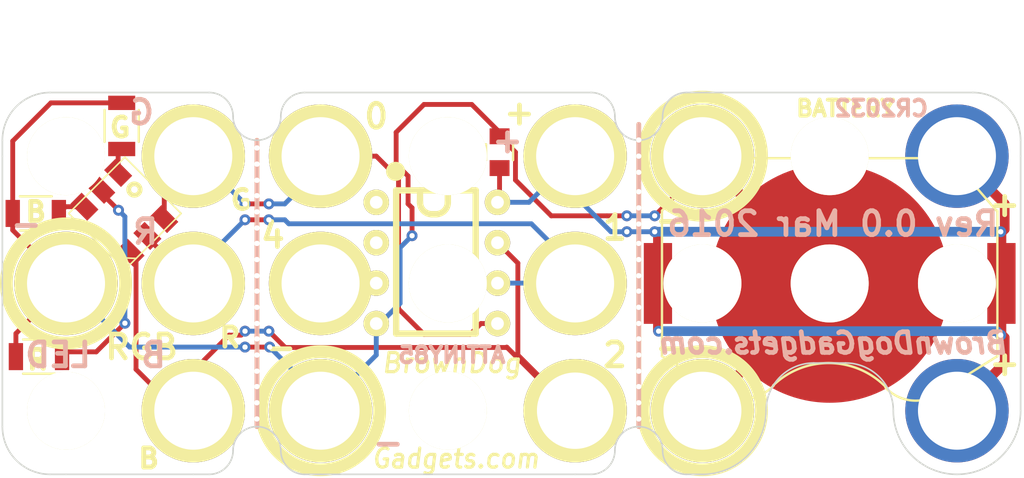
<source format=kicad_pcb>
(kicad_pcb (version 4) (host pcbnew "(2015-08-15 BZR 6092)-product")

  (general
    (links 28)
    (no_connects 0)
    (area 108.949999 35.949999 173.050001 60.050001)
    (thickness 1.6)
    (drawings 104)
    (tracks 146)
    (zones 0)
    (modules 46)
    (nets 10)
  )

  (page USLetter)
  (layers
    (0 F.Cu signal)
    (31 B.Cu signal)
    (34 B.Paste user)
    (35 F.Paste user)
    (36 B.SilkS user)
    (37 F.SilkS user)
    (38 B.Mask user)
    (39 F.Mask user hide)
    (40 Dwgs.User user)
    (44 Edge.Cuts user)
  )

  (setup
    (last_trace_width 0.3048)
    (user_trace_width 0.3048)
    (user_trace_width 0.4064)
    (user_trace_width 0.6096)
    (trace_clearance 0.1524)
    (zone_clearance 0.508)
    (zone_45_only no)
    (trace_min 0.1524)
    (segment_width 0.3)
    (edge_width 0.1)
    (via_size 0.6858)
    (via_drill 0.3302)
    (via_min_size 0.6858)
    (via_min_drill 0.3302)
    (user_via 1 0.5)
    (uvia_size 0.762)
    (uvia_drill 0.508)
    (uvias_allowed no)
    (uvia_min_size 0.508)
    (uvia_min_drill 0.127)
    (pcb_text_width 0.3)
    (pcb_text_size 1.5 1.5)
    (mod_edge_width 0.15)
    (mod_text_size 1 1)
    (mod_text_width 0.15)
    (pad_size 6.5 6.5)
    (pad_drill 4.9022)
    (pad_to_mask_clearance 0)
    (aux_axis_origin 0 0)
    (visible_elements 7FFFFFFF)
    (pcbplotparams
      (layerselection 0x010f0_80000001)
      (usegerberextensions true)
      (excludeedgelayer true)
      (linewidth 0.100000)
      (plotframeref false)
      (viasonmask false)
      (mode 1)
      (useauxorigin false)
      (hpglpennumber 1)
      (hpglpenspeed 20)
      (hpglpendiameter 15)
      (hpglpenoverlay 2)
      (psnegative false)
      (psa4output false)
      (plotreference true)
      (plotvalue true)
      (plotinvisibletext false)
      (padsonsilk false)
      (subtractmaskfromsilk false)
      (outputformat 1)
      (mirror false)
      (drillshape 0)
      (scaleselection 1)
      (outputdirectory gerbers/))
  )

  (net 0 "")
  (net 1 GND)
  (net 2 +BATT)
  (net 3 "Net-(D1-Pad2)")
  (net 4 "Net-(IC1-Pad3)")
  (net 5 "Net-(D1-Pad1)")
  (net 6 "Net-(D1-Pad3)")
  (net 7 "Net-(D1-Pad5)")
  (net 8 "Net-(D1-Pad6)")
  (net 9 "Net-(B_1-Pad1)")

  (net_class Default "This is the default net class."
    (clearance 0.1524)
    (trace_width 0.1524)
    (via_dia 0.6858)
    (via_drill 0.3302)
    (uvia_dia 0.762)
    (uvia_drill 0.508)
    (add_net +BATT)
    (add_net GND)
    (add_net "Net-(B_1-Pad1)")
    (add_net "Net-(D1-Pad1)")
    (add_net "Net-(D1-Pad2)")
    (add_net "Net-(D1-Pad3)")
    (add_net "Net-(D1-Pad5)")
    (add_net "Net-(D1-Pad6)")
    (add_net "Net-(IC1-Pad3)")
  )

  (module LEDs:LED_RGB_PLLC-6 (layer F.Cu) (tedit 56E5EA66) (tstamp 56E4EA9C)
    (at 116.7 43.6 315)
    (descr "RGB LED PLLC-6")
    (tags "RGB LED PLLC-6")
    (path /56E511F2)
    (attr smd)
    (fp_text reference D1 (at 0 -2.55 315) (layer F.SilkS) hide
      (effects (font (size 1 1) (thickness 0.15)))
    )
    (fp_text value LED_RGB (at 0 2.8 315) (layer F.Fab)
      (effects (font (size 1 1) (thickness 0.15)))
    )
    (fp_line (start 2.5 1.5) (end 1.4 2.5) (layer F.SilkS) (width 0.1))
    (fp_line (start -2.5 -2.5) (end 2.5 -2.5) (layer F.SilkS) (width 0.1))
    (fp_line (start 2.5 -2.5) (end 2.5 2.5) (layer F.SilkS) (width 0.1))
    (fp_line (start 2.5 2.5) (end -2.5 2.5) (layer F.SilkS) (width 0.1))
    (fp_line (start -2.5 2.5) (end -2.5 -2.5) (layer F.SilkS) (width 0.1))
    (pad 1 smd rect (at -2.1 -1.5 45) (size 1 1.5) (layers F.Cu F.Paste F.Mask)
      (net 5 "Net-(D1-Pad1)"))
    (pad 2 smd rect (at -2.1 0 45) (size 1 1.5) (layers F.Cu F.Paste F.Mask)
      (net 3 "Net-(D1-Pad2)"))
    (pad 3 smd rect (at -2.1 1.5 45) (size 1 1.5) (layers F.Cu F.Paste F.Mask)
      (net 6 "Net-(D1-Pad3)"))
    (pad 4 smd rect (at 2 1.5 45) (size 1 1.5) (layers F.Cu F.Paste F.Mask)
      (net 9 "Net-(B_1-Pad1)"))
    (pad 5 smd rect (at 2 0 45) (size 1 1.5) (layers F.Cu F.Paste F.Mask)
      (net 7 "Net-(D1-Pad5)"))
    (pad 6 smd rect (at 2 -1.5 45) (size 1 1.5) (layers F.Cu F.Paste F.Mask)
      (net 8 "Net-(D1-Pad6)"))
  )

  (module myFootPrints:Lego_Drill (layer F.Cu) (tedit 56D2FF9E) (tstamp 56E4EECC)
    (at 113 40)
    (descr "Through hole pin header")
    (tags "pin header")
    (path /56CE9A5D)
    (fp_text reference P6 (at 0 0) (layer F.SilkS) hide
      (effects (font (size 1 1) (thickness 0.15)))
    )
    (fp_text value CONN_01X01 (at 0 -1.27) (layer F.Fab) hide
      (effects (font (size 1 1) (thickness 0.15)))
    )
    (pad "" np_thru_hole circle (at 0 0) (size 4.9022 4.9022) (drill 4.9022) (layers *.Cu *.Mask F.SilkS))
  )

  (module myFootPrints:Lego_Drill (layer F.Cu) (tedit 56D3000B) (tstamp 56E4EEC3)
    (at 113 56)
    (descr "Through hole pin header")
    (tags "pin header")
    (path /56CE9A5D)
    (fp_text reference P6 (at 0 0) (layer F.SilkS) hide
      (effects (font (size 1 1) (thickness 0.15)))
    )
    (fp_text value CONN_01X01 (at 0 -1.27) (layer F.Fab) hide
      (effects (font (size 0.127 0.127) (thickness 0.03175)))
    )
    (pad "" np_thru_hole circle (at 0 0) (size 4.9022 4.9022) (drill 4.9022) (layers *.Cu *.Mask F.SilkS))
  )

  (module myFootPrints:Lego_Pad_half (layer F.Cu) (tedit 56D3C6EC) (tstamp 56CFB309)
    (at 169 56 180)
    (descr "Through hole pin header")
    (tags "pin header")
    (path /56CFAA4A)
    (fp_text reference PBP1 (at 0 0 180) (layer F.SilkS) hide
      (effects (font (size 1 1) (thickness 0.15)))
    )
    (fp_text value CONN_01X01 (at 0 -1.27 180) (layer F.Fab) hide
      (effects (font (size 0.127 0.127) (thickness 0.03175)))
    )
    (pad 1 thru_hole circle (at 0 0 180) (size 6.5 6.5) (drill 4.9022) (layers *.Cu B.Mask)
      (net 2 +BATT))
  )

  (module myFootPrints:Lego_Pad_half (layer F.Cu) (tedit 56D3C6F3) (tstamp 56CFB314)
    (at 169 40 270)
    (descr "Through hole pin header")
    (tags "pin header")
    (path /56CFA993)
    (fp_text reference PBP2 (at 0 0 270) (layer F.SilkS) hide
      (effects (font (size 1 1) (thickness 0.15)))
    )
    (fp_text value CONN_01X01 (at 0 -1.27 270) (layer F.Fab) hide
      (effects (font (size 0.127 0.127) (thickness 0.03175)))
    )
    (pad 1 thru_hole circle (at 0 0 270) (size 6.5 6.5) (drill 4.9022) (layers *.Cu B.Mask)
      (net 2 +BATT))
  )

  (module myFootPrints:Lego_Pad (layer F.Cu) (tedit 56CE8945) (tstamp 56CE6ECA)
    (at 145 56)
    (descr "Through hole pin header")
    (tags "pin header")
    (path /56CE806B)
    (fp_text reference P2 (at 0 0) (layer F.SilkS) hide
      (effects (font (size 1 1) (thickness 0.15)))
    )
    (fp_text value CONN_01X01 (at 0 -1.27) (layer F.Fab) hide
      (effects (font (size 0.127 0.127) (thickness 0.03175)))
    )
    (pad 1 thru_hole circle (at 0 0) (size 6.5 6.5) (drill 4.8) (layers *.Cu *.Mask F.SilkS)
      (net 9 "Net-(B_1-Pad1)"))
  )

  (module Housings_DIP:DIP-8_W7.62mm (layer F.Cu) (tedit 56E5B609) (tstamp 56CFA5AE)
    (at 132.5 42.9)
    (descr "8-lead dip package, row spacing 7.62 mm (300 mils)")
    (tags "dil dip 2.54 300")
    (path /553EFD0A)
    (fp_text reference IC1 (at 5.25 6.5 90) (layer F.SilkS) hide
      (effects (font (size 1 1) (thickness 0.15)))
    )
    (fp_text value ATTINY85 (at 3.75 4.5 90) (layer F.SilkS) hide
      (effects (font (size 1 1) (thickness 0.15)))
    )
    (fp_line (start 3.5 0.75) (end 3.75 0.75) (layer F.SilkS) (width 0.4))
    (fp_line (start 2.75 0) (end 2.75 -0.75) (layer F.SilkS) (width 0.4))
    (fp_line (start 4.5 0) (end 4.5 -0.75) (layer F.SilkS) (width 0.4))
    (fp_arc (start 3.75 0) (end 4.5 0) (angle 90) (layer F.SilkS) (width 0.4))
    (fp_arc (start 3.5 0) (end 3.5 0.75) (angle 90) (layer F.SilkS) (width 0.4))
    (fp_line (start 1.25 -0.75) (end 1.25 8.25) (layer F.SilkS) (width 0.4))
    (fp_line (start 1.25 8.25) (end 6.25 8.25) (layer F.SilkS) (width 0.4))
    (fp_line (start 6.25 8.25) (end 6.25 -0.75) (layer F.SilkS) (width 0.4))
    (fp_line (start 6.25 -0.75) (end 1.25 -0.75) (layer F.SilkS) (width 0.4))
    (fp_line (start -1.05 -2.45) (end -1.05 10.1) (layer F.CrtYd) (width 0.05))
    (fp_line (start 8.65 -2.45) (end 8.65 10.1) (layer F.CrtYd) (width 0.05))
    (fp_line (start -1.05 -2.45) (end 8.65 -2.45) (layer F.CrtYd) (width 0.05))
    (fp_line (start -1.05 10.1) (end 8.65 10.1) (layer F.CrtYd) (width 0.05))
    (pad 1 thru_hole oval (at 0 0) (size 1.6 1.6) (drill 0.8) (layers *.Cu *.Mask F.SilkS))
    (pad 2 thru_hole oval (at 0 2.54) (size 1.6 1.6) (drill 0.8) (layers *.Cu *.Mask F.SilkS))
    (pad 3 thru_hole oval (at 0 5.08) (size 1.6 1.6) (drill 0.8) (layers *.Cu *.Mask F.SilkS)
      (net 4 "Net-(IC1-Pad3)"))
    (pad 4 thru_hole oval (at 0 7.62) (size 1.6 1.6) (drill 0.8) (layers *.Cu *.Mask F.SilkS)
      (net 1 GND))
    (pad 5 thru_hole oval (at 7.62 7.62) (size 1.6 1.6) (drill 0.8) (layers *.Cu *.Mask F.SilkS)
      (net 8 "Net-(D1-Pad6)"))
    (pad 6 thru_hole oval (at 7.62 5.08) (size 1.6 1.6) (drill 0.8) (layers *.Cu *.Mask F.SilkS)
      (net 7 "Net-(D1-Pad5)"))
    (pad 7 thru_hole oval (at 7.62 2.54) (size 1.6 1.6) (drill 0.8) (layers *.Cu *.Mask F.SilkS)
      (net 9 "Net-(B_1-Pad1)"))
    (pad 8 thru_hole oval (at 7.62 0) (size 1.6 1.6) (drill 0.8) (layers *.Cu *.Mask F.SilkS)
      (net 2 +BATT))
    (model Housings_DIP.3dshapes/DIP-8_W7.62mm.wrl
      (at (xyz 0 0 0))
      (scale (xyz 1 1 1))
      (rotate (xyz 0 0 0))
    )
  )

  (module myFootPrints:Lego_Pad_half (layer F.Cu) (tedit 56D3C65E) (tstamp 56CFCE63)
    (at 129 48 45)
    (descr "Through hole pin header")
    (tags "pin header")
    (path /56CE80D4)
    (fp_text reference P4 (at 0 0 45) (layer F.SilkS) hide
      (effects (font (size 1 1) (thickness 0.15)))
    )
    (fp_text value CONN_01X01 (at 0 -1.27 45) (layer F.Fab) hide
      (effects (font (size 0.127 0.127) (thickness 0.03175)))
    )
    (pad 1 thru_hole circle (at 0 0 45) (size 6.5 6.5) (drill 4.9022) (layers *.Cu *.Mask F.SilkS)
      (net 4 "Net-(IC1-Pad3)"))
  )

  (module myFootPrints:Lego_Pad_half (layer F.Cu) (tedit 56D3C66A) (tstamp 56CFCE5E)
    (at 145 48 225)
    (descr "Through hole pin header")
    (tags "pin header")
    (path /56CE800C)
    (fp_text reference P1 (at 0 0 225) (layer F.SilkS) hide
      (effects (font (size 1 1) (thickness 0.15)))
    )
    (fp_text value CONN_01X01 (at 0 -1.27 225) (layer F.Fab) hide
      (effects (font (size 0.127 0.127) (thickness 0.03175)))
    )
    (pad 1 thru_hole circle (at 0 0 225) (size 6.5 6.5) (drill 4.9022) (layers *.Cu *.Mask F.SilkS)
      (net 7 "Net-(D1-Pad5)"))
  )

  (module myFootPrints:Lego_Drill (layer F.Cu) (tedit 56D2FF9E) (tstamp 56CE7806)
    (at 137 40)
    (descr "Through hole pin header")
    (tags "pin header")
    (path /56CE9A5D)
    (fp_text reference P6 (at 0 0) (layer F.SilkS) hide
      (effects (font (size 1 1) (thickness 0.15)))
    )
    (fp_text value CONN_01X01 (at 0 -1.27) (layer F.Fab) hide
      (effects (font (size 1 1) (thickness 0.15)))
    )
    (pad "" np_thru_hole circle (at 0 0) (size 4.9022 4.9022) (drill 4.9022) (layers *.Cu *.Mask F.SilkS))
  )

  (module myFootPrints:Lego_Pad (layer F.Cu) (tedit 56CE7EDE) (tstamp 56CE717B)
    (at 129 40)
    (descr "Through hole pin header")
    (tags "pin header")
    (path /56CE7426)
    (fp_text reference P0 (at 0 0) (layer F.SilkS) hide
      (effects (font (size 1 1) (thickness 0.15)))
    )
    (fp_text value CONN_01X01 (at 0 -1.27) (layer F.Fab) hide
      (effects (font (size 0.127 0.127) (thickness 0.03175)))
    )
    (pad 1 thru_hole circle (at 0 0) (size 6.5 6.5) (drill 4.9022) (layers *.Cu *.Mask F.SilkS)
      (net 8 "Net-(D1-Pad6)"))
  )

  (module myFootPrints:Lego_Pad (layer F.Cu) (tedit 56CE7EF0) (tstamp 56CE7185)
    (at 129 56)
    (descr "Through hole pin header")
    (tags "pin header")
    (path /56CE73CD)
    (fp_text reference PG1 (at 0 0) (layer F.SilkS) hide
      (effects (font (size 1 1) (thickness 0.15)))
    )
    (fp_text value CONN_01X01 (at 0 -1.27) (layer F.Fab) hide
      (effects (font (size 0.127 0.127) (thickness 0.03175)))
    )
    (pad 1 thru_hole circle (at 0 0) (size 6.5 6.5) (drill 4.9022) (layers *.Cu *.Mask F.SilkS)
      (net 1 GND))
  )

  (module myFootPrints:Lego_Pad (layer F.Cu) (tedit 56CE7FDF) (tstamp 56CE718A)
    (at 145 40)
    (descr "Through hole pin header")
    (tags "pin header")
    (path /56CE72C6)
    (fp_text reference PP1 (at 0 0) (layer F.SilkS) hide
      (effects (font (size 1 1) (thickness 0.15)))
    )
    (fp_text value CONN_01X01 (at 0 -1.27) (layer F.Fab) hide
      (effects (font (size 0.127 0.127) (thickness 0.03175)))
    )
    (pad 1 thru_hole circle (at 0 0) (size 6.5 6.5) (drill 4.9022) (layers *.Cu *.Mask F.SilkS)
      (net 2 +BATT))
  )

  (module myFootPrints:Lego_Drill (layer F.Cu) (tedit 56D2FFC0) (tstamp 56CE75C4)
    (at 137 48)
    (descr "Through hole pin header")
    (tags "pin header")
    (path /56CE9A9C)
    (fp_text reference P7 (at 0 0) (layer F.SilkS) hide
      (effects (font (size 1 1) (thickness 0.15)))
    )
    (fp_text value CONN_01X01 (at 0 -1.27) (layer F.Fab) hide
      (effects (font (size 0.127 0.127) (thickness 0.03175)))
    )
    (pad "" np_thru_hole circle (at 0 0) (size 4.9022 4.9022) (drill 4.9022) (layers *.Cu *.Mask F.SilkS))
  )

  (module myFootPrints:Lego_Drill (layer F.Cu) (tedit 56D3000B) (tstamp 56CE75C9)
    (at 137 56)
    (descr "Through hole pin header")
    (tags "pin header")
    (path /56CE9A5D)
    (fp_text reference P6 (at 0 0) (layer F.SilkS) hide
      (effects (font (size 1 1) (thickness 0.15)))
    )
    (fp_text value CONN_01X01 (at 0 -1.27) (layer F.Fab) hide
      (effects (font (size 0.127 0.127) (thickness 0.03175)))
    )
    (pad "" np_thru_hole circle (at 0 0) (size 4.9022 4.9022) (drill 4.9022) (layers *.Cu *.Mask F.SilkS))
  )

  (module myFootPrints:Lego_Drill (layer F.Cu) (tedit 56D30034) (tstamp 56CFA5C2)
    (at 161 48)
    (descr "Through hole pin header")
    (tags "pin header")
    (path /56CFAF31)
    (fp_text reference P9 (at 0 0) (layer F.SilkS) hide
      (effects (font (size 1 1) (thickness 0.15)))
    )
    (fp_text value CONN_01X01 (at 0 -1.27) (layer F.Fab) hide
      (effects (font (size 0.127 0.127) (thickness 0.03175)))
    )
    (pad "" np_thru_hole circle (at 0 0) (size 4.9022 4.9022) (drill 4.9022) (layers *.Cu *.Mask F.SilkS))
  )

  (module myFootPrints:Lego_Pad (layer F.Cu) (tedit 56E4EC8A) (tstamp 56CFA5DB)
    (at 121 48)
    (descr "Through hole pin header")
    (tags "pin header")
    (path /56CFAC5B)
    (fp_text reference R_1 (at 0 0) (layer F.SilkS) hide
      (effects (font (size 1 1) (thickness 0.15)))
    )
    (fp_text value CONN_01X01 (at 0 -1.27) (layer F.Fab) hide
      (effects (font (size 0.127 0.127) (thickness 0.03175)))
    )
    (pad 1 thru_hole circle (at 0 0) (size 6.5 6.5) (drill 4.9022) (layers *.Cu *.Mask F.SilkS)
      (net 7 "Net-(D1-Pad5)"))
  )

  (module myFootPrints:Lego_Pad (layer F.Cu) (tedit 56E4EC3B) (tstamp 56CFA5E5)
    (at 121 56)
    (descr "Through hole pin header")
    (tags "pin header")
    (path /56CFACCC)
    (fp_text reference B_1 (at 0 0) (layer F.SilkS) hide
      (effects (font (size 1 1) (thickness 0.15)))
    )
    (fp_text value CONN_01X01 (at 0 -1.27) (layer F.Fab) hide
      (effects (font (size 0.127 0.127) (thickness 0.03175)))
    )
    (pad 1 thru_hole circle (at 0 0) (size 6.5 6.5) (drill 4.9022) (layers *.Cu *.Mask F.SilkS)
      (net 9 "Net-(B_1-Pad1)"))
  )

  (module myFootPrints:Lego_Drill (layer F.Cu) (tedit 56D3001E) (tstamp 56CFB2E3)
    (at 169 48)
    (descr "Through hole pin header")
    (tags "pin header")
    (path /56CFB5A1)
    (fp_text reference P11 (at 0 0) (layer F.SilkS) hide
      (effects (font (size 1 1) (thickness 0.15)))
    )
    (fp_text value CONN_01X01 (at 0 -1.27) (layer F.Fab) hide
      (effects (font (size 0.127 0.127) (thickness 0.03175)))
    )
    (pad "" np_thru_hole circle (at 0 0) (size 4.9022 4.9022) (drill 4.9022) (layers *.Cu *.Mask F.SilkS))
  )

  (module myFootPrints:Lego_Drill (layer F.Cu) (tedit 56D2FFD6) (tstamp 56CFB2E8)
    (at 153 48)
    (descr "Through hole pin header")
    (tags "pin header")
    (path /56CFB60B)
    (fp_text reference P10 (at 0 0) (layer F.SilkS) hide
      (effects (font (size 1 1) (thickness 0.15)))
    )
    (fp_text value CONN_01X01 (at 0 -1.27) (layer F.Fab) hide
      (effects (font (size 0.127 0.127) (thickness 0.03175)))
    )
    (pad "" np_thru_hole circle (at 0 0) (size 4.9022 4.9022) (drill 4.9022) (layers *.Cu *.Mask F.SilkS))
  )

  (module myFootPrints:Lego_Pad (layer F.Cu) (tedit 56CE7F16) (tstamp 56CFCA8F)
    (at 153 40)
    (descr "Through hole pin header")
    (tags "pin header")
    (path /56CFA9DB)
    (fp_text reference PBN1 (at 0 0) (layer F.SilkS) hide
      (effects (font (size 1 1) (thickness 0.15)))
    )
    (fp_text value CONN_01X01 (at 0 -1.27) (layer F.Fab) hide
      (effects (font (size 0.127 0.127) (thickness 0.03175)))
    )
    (pad 1 thru_hole circle (at 0 0) (size 6.5 6.5) (drill 4.9022) (layers *.Cu *.Mask F.SilkS)
      (net 1 GND))
  )

  (module myFootPrints:Lego_Pad (layer F.Cu) (tedit 56CE7F16) (tstamp 56CFCA94)
    (at 153 56)
    (descr "Through hole pin header")
    (tags "pin header")
    (path /56CFA91A)
    (fp_text reference PBN2 (at 0 0) (layer F.SilkS) hide
      (effects (font (size 1 1) (thickness 0.15)))
    )
    (fp_text value CONN_01X01 (at 0 -1.27) (layer F.Fab) hide
      (effects (font (size 0.127 0.127) (thickness 0.03175)))
    )
    (pad 1 thru_hole circle (at 0 0) (size 6.5 6.5) (drill 4.9022) (layers *.Cu *.Mask F.SilkS)
      (net 1 GND))
  )

  (module myFootPrints:Lego_Drill (layer F.Cu) (tedit 56D30029) (tstamp 56D12200)
    (at 161 40)
    (descr "Through hole pin header")
    (tags "pin header")
    (path /56CFB520)
    (fp_text reference P3 (at 0 0) (layer F.SilkS) hide
      (effects (font (size 1 1) (thickness 0.15)))
    )
    (fp_text value CONN_01X01 (at 0 -1.27) (layer F.Fab) hide
      (effects (font (size 0.127 0.127) (thickness 0.03175)))
    )
    (pad "" np_thru_hole circle (at 0 0) (size 4.9022 4.9022) (drill 4.9022) (layers *.Cu *.Mask F.SilkS))
  )

  (module myFootPrints:Lego_Pad (layer F.Cu) (tedit 56CE7F16) (tstamp 56D27A1C)
    (at 113 48)
    (descr "Through hole pin header")
    (tags "pin header")
    (path /56D2AA75)
    (fp_text reference PNN1 (at 0 0) (layer F.SilkS) hide
      (effects (font (size 1 1) (thickness 0.15)))
    )
    (fp_text value CONN_01X01 (at 0 -1.27) (layer F.Fab) hide
      (effects (font (size 0.127 0.127) (thickness 0.03175)))
    )
    (pad 1 thru_hole circle (at 0 0) (size 6.5 6.5) (drill 4.9022) (layers *.Cu *.Mask F.SilkS)
      (net 1 GND))
  )

  (module myFootPrints:Lego_Pad (layer F.Cu) (tedit 56E4ECCA) (tstamp 56D27A26)
    (at 121 40)
    (descr "Through hole pin header")
    (tags "pin header")
    (path /56D2A8F0)
    (fp_text reference G_1 (at 0 0) (layer F.SilkS) hide
      (effects (font (size 1 1) (thickness 0.15)))
    )
    (fp_text value CONN_01X01 (at 0 -1.27) (layer F.Fab) hide
      (effects (font (size 0.127 0.127) (thickness 0.03175)))
    )
    (pad 1 thru_hole circle (at 0 0) (size 6.5 6.5) (drill 4.9022) (layers *.Cu *.Mask F.SilkS)
      (net 8 "Net-(D1-Pad6)"))
  )

  (module Capacitors_SMD:C_0805 (layer F.Cu) (tedit 56E5EF05) (tstamp 56E4EA92)
    (at 140.25 39.75 270)
    (descr "Capacitor SMD 0805, reflow soldering, AVX (see smccp.pdf)")
    (tags "capacitor 0805")
    (path /553FDF53)
    (attr smd)
    (fp_text reference C1 (at 0 -2.1 270) (layer F.SilkS) hide
      (effects (font (size 1 1) (thickness 0.15)))
    )
    (fp_text value "0.1 uF" (at 0 2.1 270) (layer F.Fab)
      (effects (font (size 1 1) (thickness 0.15)))
    )
    (fp_line (start -1.8 -1) (end 1.8 -1) (layer F.CrtYd) (width 0.05))
    (fp_line (start -1.8 1) (end 1.8 1) (layer F.CrtYd) (width 0.05))
    (fp_line (start -1.8 -1) (end -1.8 1) (layer F.CrtYd) (width 0.05))
    (fp_line (start 1.8 -1) (end 1.8 1) (layer F.CrtYd) (width 0.05))
    (fp_line (start 0.5 -0.85) (end -0.5 -0.85) (layer F.SilkS) (width 0.15))
    (fp_line (start -0.5 0.85) (end 0.5 0.85) (layer F.SilkS) (width 0.15))
    (pad 1 smd rect (at -1 0 270) (size 1 1.25) (layers F.Cu F.Paste F.Mask)
      (net 1 GND))
    (pad 2 smd rect (at 1 0 270) (size 1 1.25) (layers F.Cu F.Paste F.Mask)
      (net 2 +BATT))
    (model Capacitors_SMD.3dshapes/C_0805.wrl
      (at (xyz 0 0 0))
      (scale (xyz 1 1 1))
      (rotate (xyz 0 0 0))
    )
  )

  (module Resistors_SMD:R_1206 (layer F.Cu) (tedit 56E5B5EB) (tstamp 56E4EAB1)
    (at 111.1 43.6)
    (descr "Resistor SMD 1206, reflow soldering, Vishay (see dcrcw.pdf)")
    (tags "resistor 1206")
    (path /56CEB2B5)
    (attr smd)
    (fp_text reference R1 (at 0 -2.3) (layer F.SilkS) hide
      (effects (font (size 1 1) (thickness 0.15)))
    )
    (fp_text value R (at 0 2.3) (layer F.Fab)
      (effects (font (size 1 1) (thickness 0.15)))
    )
    (fp_line (start -2.2 -1.2) (end 2.2 -1.2) (layer F.CrtYd) (width 0.05))
    (fp_line (start -2.2 1.2) (end 2.2 1.2) (layer F.CrtYd) (width 0.05))
    (fp_line (start -2.2 -1.2) (end -2.2 1.2) (layer F.CrtYd) (width 0.05))
    (fp_line (start 2.2 -1.2) (end 2.2 1.2) (layer F.CrtYd) (width 0.05))
    (fp_line (start 1 1.075) (end -1 1.075) (layer F.SilkS) (width 0.15))
    (fp_line (start -1 -1.075) (end 1 -1.075) (layer F.SilkS) (width 0.15))
    (pad 1 smd rect (at -1.45 0) (size 0.9 1.7) (layers F.Cu F.Paste F.Mask)
      (net 1 GND))
    (pad 2 smd rect (at 1.45 0) (size 0.9 1.7) (layers F.Cu F.Paste F.Mask)
      (net 6 "Net-(D1-Pad3)"))
    (model Resistors_SMD.3dshapes/R_1206.wrl
      (at (xyz 0 0 0))
      (scale (xyz 1 1 1))
      (rotate (xyz 0 0 0))
    )
  )

  (module Resistors_SMD:R_1206 (layer F.Cu) (tedit 56E5EBC4) (tstamp 56E4EAB7)
    (at 111.3 52.6)
    (descr "Resistor SMD 1206, reflow soldering, Vishay (see dcrcw.pdf)")
    (tags "resistor 1206")
    (path /56E52456)
    (attr smd)
    (fp_text reference R2 (at 0 -2.3) (layer F.SilkS) hide
      (effects (font (size 1 1) (thickness 0.15)))
    )
    (fp_text value R (at 0 2.3) (layer F.Fab)
      (effects (font (size 1 1) (thickness 0.15)))
    )
    (fp_line (start -2.2 -1.2) (end 2.2 -1.2) (layer F.CrtYd) (width 0.05))
    (fp_line (start -2.2 1.2) (end 2.2 1.2) (layer F.CrtYd) (width 0.05))
    (fp_line (start -2.2 -1.2) (end -2.2 1.2) (layer F.CrtYd) (width 0.05))
    (fp_line (start 2.2 -1.2) (end 2.2 1.2) (layer F.CrtYd) (width 0.05))
    (fp_line (start 1 1.075) (end -1 1.075) (layer F.SilkS) (width 0.15))
    (fp_line (start -1 -1.075) (end 1 -1.075) (layer F.SilkS) (width 0.15))
    (pad 1 smd rect (at -1.45 0) (size 0.9 1.7) (layers F.Cu F.Paste F.Mask)
      (net 1 GND))
    (pad 2 smd rect (at 1.45 0) (size 0.9 1.7) (layers F.Cu F.Paste F.Mask)
      (net 3 "Net-(D1-Pad2)"))
    (model Resistors_SMD.3dshapes/R_1206.wrl
      (at (xyz 0 0 0))
      (scale (xyz 1 1 1))
      (rotate (xyz 0 0 0))
    )
  )

  (module Resistors_SMD:R_1206 (layer F.Cu) (tedit 56E59C17) (tstamp 56E4EABD)
    (at 116.5 38.1 270)
    (descr "Resistor SMD 1206, reflow soldering, Vishay (see dcrcw.pdf)")
    (tags "resistor 1206")
    (path /56E524EC)
    (attr smd)
    (fp_text reference R3 (at 0 -2.3 270) (layer F.SilkS) hide
      (effects (font (size 1 1) (thickness 0.15)))
    )
    (fp_text value R (at 0 2.3 270) (layer F.Fab)
      (effects (font (size 1 1) (thickness 0.15)))
    )
    (fp_line (start -2.2 -1.2) (end 2.2 -1.2) (layer F.CrtYd) (width 0.05))
    (fp_line (start -2.2 1.2) (end 2.2 1.2) (layer F.CrtYd) (width 0.05))
    (fp_line (start -2.2 -1.2) (end -2.2 1.2) (layer F.CrtYd) (width 0.05))
    (fp_line (start 2.2 -1.2) (end 2.2 1.2) (layer F.CrtYd) (width 0.05))
    (fp_line (start 1 1.075) (end -1 1.075) (layer F.SilkS) (width 0.15))
    (fp_line (start -1 -1.075) (end 1 -1.075) (layer F.SilkS) (width 0.15))
    (pad 1 smd rect (at -1.45 0 270) (size 0.9 1.7) (layers F.Cu F.Paste F.Mask)
      (net 1 GND))
    (pad 2 smd rect (at 1.45 0 270) (size 0.9 1.7) (layers F.Cu F.Paste F.Mask)
      (net 5 "Net-(D1-Pad1)"))
    (model Resistors_SMD.3dshapes/R_1206.wrl
      (at (xyz 0 0 0))
      (scale (xyz 1 1 1))
      (rotate (xyz 0 0 0))
    )
  )

  (module myFootPrints:BATT_CR2032_LEGO (layer F.Cu) (tedit 56D3BAAF) (tstamp 56E4F5C6)
    (at 161 48)
    (tags battery)
    (path /56CFA61E)
    (fp_text reference BT1 (at 0 5.08) (layer F.SilkS) hide
      (effects (font (size 1.72974 1.08712) (thickness 0.27178)))
    )
    (fp_text value Battery (at 0 -2.54) (layer F.SilkS) hide
      (effects (font (size 1.524 1.016) (thickness 0.254)))
    )
    (fp_line (start -7.1755 6.5405) (end -10.541 4.572) (layer F.SilkS) (width 0.15))
    (fp_line (start 7.1755 6.6675) (end 10.541 4.572) (layer F.SilkS) (width 0.15))
    (fp_arc (start -5.4229 4.6355) (end -3.5179 6.4135) (angle 90) (layer F.SilkS) (width 0.15))
    (fp_arc (start 5.4102 4.7625) (end 7.1882 6.6675) (angle 90) (layer F.SilkS) (width 0.15))
    (fp_arc (start -0.0635 10.033) (end -3.556 6.4135) (angle 90) (layer F.SilkS) (width 0.15))
    (fp_line (start 7.62 -7.874) (end 10.541 -4.5085) (layer F.SilkS) (width 0.15))
    (fp_line (start -10.541 -4.572) (end -7.5565 -7.9375) (layer F.SilkS) (width 0.15))
    (fp_line (start -7.62 -7.874) (end 7.62 -7.874) (layer F.SilkS) (width 0.15))
    (fp_line (start -10.541 4.572) (end -10.541 -4.572) (layer F.SilkS) (width 0.15))
    (fp_line (start 10.541 4.572) (end 10.541 -4.572) (layer F.SilkS) (width 0.15))
    (fp_circle (center 0 0) (end -10.16 0) (layer Dwgs.User) (width 0.15))
    (pad 2 smd circle (at 0 0) (size 15 15) (layers F.Cu F.Paste F.Mask)
      (net 1 GND))
    (pad 1 smd rect (at -10.795 0) (size 1.778 5.08) (layers F.Cu F.Paste F.Mask)
      (net 2 +BATT))
    (pad 1 smd rect (at 10.795 0) (size 1.778 5.08) (layers F.Cu F.Paste F.Mask)
      (net 2 +BATT))
    (model walter/battery_holders/keystone_3008.wrl
      (at (xyz 0 0 0))
      (scale (xyz 0.7 0.7 0.7))
      (rotate (xyz 0 0 0))
    )
  )

  (module myFootPrints:MOUSEBITEx3 (layer F.Cu) (tedit 56D33F8B) (tstamp 56E502BD)
    (at 149 40 90)
    (descr "module 1 pin (ou trou mecanique de percage)")
    (tags DEV)
    (fp_text reference B3 (at 0 0 90) (layer F.SilkS) hide
      (effects (font (size 0.127 0.127) (thickness 0.0254)))
    )
    (fp_text value 1pin (at 0 0 90) (layer F.Fab) hide
      (effects (font (size 0.127 0.127) (thickness 0.0254)))
    )
    (pad "" np_thru_hole circle (at -1.016 0 90) (size 0.3302 0.3302) (drill 0.3302) (layers *.Cu *.Mask F.SilkS))
    (pad "" np_thru_hole circle (at 1.016 0 90) (size 0.3302 0.3302) (drill 0.3302) (layers *.Cu *.Mask F.SilkS))
    (pad "" np_thru_hole circle (at 0 0 90) (size 0.3302 0.3302) (drill 0.3302) (layers *.Cu *.Mask F.SilkS))
  )

  (module myFootPrints:MOUSEBITEx3 (layer F.Cu) (tedit 56D33F8B) (tstamp 56E502D6)
    (at 149 49.5 90)
    (descr "module 1 pin (ou trou mecanique de percage)")
    (tags DEV)
    (fp_text reference B3 (at 0 0 90) (layer F.SilkS) hide
      (effects (font (size 0.127 0.127) (thickness 0.0254)))
    )
    (fp_text value 1pin (at 0 0 90) (layer F.Fab) hide
      (effects (font (size 0.127 0.127) (thickness 0.0254)))
    )
    (pad "" np_thru_hole circle (at -1.016 0 90) (size 0.3302 0.3302) (drill 0.3302) (layers *.Cu *.Mask F.SilkS))
    (pad "" np_thru_hole circle (at 1.016 0 90) (size 0.3302 0.3302) (drill 0.3302) (layers *.Cu *.Mask F.SilkS))
    (pad "" np_thru_hole circle (at 0 0 90) (size 0.3302 0.3302) (drill 0.3302) (layers *.Cu *.Mask F.SilkS))
  )

  (module myFootPrints:MOUSEBITEx3 (layer F.Cu) (tedit 56D33F8B) (tstamp 56E502E0)
    (at 149 52.5 90)
    (descr "module 1 pin (ou trou mecanique de percage)")
    (tags DEV)
    (fp_text reference B3 (at 0 0 90) (layer F.SilkS) hide
      (effects (font (size 0.127 0.127) (thickness 0.0254)))
    )
    (fp_text value 1pin (at 0 0 90) (layer F.Fab) hide
      (effects (font (size 0.127 0.127) (thickness 0.0254)))
    )
    (pad "" np_thru_hole circle (at -1.016 0 90) (size 0.3302 0.3302) (drill 0.3302) (layers *.Cu *.Mask F.SilkS))
    (pad "" np_thru_hole circle (at 1.016 0 90) (size 0.3302 0.3302) (drill 0.3302) (layers *.Cu *.Mask F.SilkS))
    (pad "" np_thru_hole circle (at 0 0 90) (size 0.3302 0.3302) (drill 0.3302) (layers *.Cu *.Mask F.SilkS))
  )

  (module myFootPrints:MOUSEBITEx3 (layer F.Cu) (tedit 56D33F8B) (tstamp 56E502EC)
    (at 149 55.5 90)
    (descr "module 1 pin (ou trou mecanique de percage)")
    (tags DEV)
    (fp_text reference B3 (at 0 0 90) (layer F.SilkS) hide
      (effects (font (size 0.127 0.127) (thickness 0.0254)))
    )
    (fp_text value 1pin (at 0 0 90) (layer F.Fab) hide
      (effects (font (size 0.127 0.127) (thickness 0.0254)))
    )
    (pad "" np_thru_hole circle (at -1.016 0 90) (size 0.3302 0.3302) (drill 0.3302) (layers *.Cu *.Mask F.SilkS))
    (pad "" np_thru_hole circle (at 1.016 0 90) (size 0.3302 0.3302) (drill 0.3302) (layers *.Cu *.Mask F.SilkS))
    (pad "" np_thru_hole circle (at 0 0 90) (size 0.3302 0.3302) (drill 0.3302) (layers *.Cu *.Mask F.SilkS))
  )

  (module myFootPrints:divot (layer F.Cu) (tedit 56D3B453) (tstamp 56E503CE)
    (at 149 60 180)
    (descr "module 1 pin (ou trou mecanique de percage)")
    (tags DEV)
    (fp_text reference DIVOT (at 0 0.5 180) (layer Edge.Cuts) hide
      (effects (font (size 0.127 0.127) (thickness 0.03175)))
    )
    (fp_text value divot (at 0 0.254 180) (layer F.Fab) hide
      (effects (font (size 0.5 0.5) (thickness 0.01)))
    )
    (fp_arc (start -3 1.5) (end -3 0) (angle 90) (layer Edge.Cuts) (width 0.1))
    (fp_arc (start 3 1.5) (end 1.5 1.5) (angle 90) (layer Edge.Cuts) (width 0.1))
    (fp_arc (start 0 1.5) (end 1.5 1.5) (angle 90) (layer Edge.Cuts) (width 0.1))
    (fp_arc (start 0 1.5) (end 0 3) (angle 90) (layer Edge.Cuts) (width 0.1))
  )

  (module myFootPrints:divot (layer F.Cu) (tedit 56D3B453) (tstamp 56E503D7)
    (at 125 60 180)
    (descr "module 1 pin (ou trou mecanique de percage)")
    (tags DEV)
    (fp_text reference DIVOT (at 0 0.5 180) (layer Edge.Cuts) hide
      (effects (font (size 0.127 0.127) (thickness 0.03175)))
    )
    (fp_text value divot (at 0 0.254 180) (layer F.Fab) hide
      (effects (font (size 0.5 0.5) (thickness 0.01)))
    )
    (fp_arc (start -3 1.5) (end -3 0) (angle 90) (layer Edge.Cuts) (width 0.1))
    (fp_arc (start 3 1.5) (end 1.5 1.5) (angle 90) (layer Edge.Cuts) (width 0.1))
    (fp_arc (start 0 1.5) (end 1.5 1.5) (angle 90) (layer Edge.Cuts) (width 0.1))
    (fp_arc (start 0 1.5) (end 0 3) (angle 90) (layer Edge.Cuts) (width 0.1))
  )

  (module myFootPrints:divot (layer F.Cu) (tedit 56D3B453) (tstamp 56E50416)
    (at 125 36)
    (descr "module 1 pin (ou trou mecanique de percage)")
    (tags DEV)
    (fp_text reference DIVOT (at 0 0.5) (layer Edge.Cuts) hide
      (effects (font (size 0.127 0.127) (thickness 0.03175)))
    )
    (fp_text value divot (at 0 0.254) (layer F.Fab) hide
      (effects (font (size 0.5 0.5) (thickness 0.01)))
    )
    (fp_arc (start -3 1.5) (end -3 0) (angle 90) (layer Edge.Cuts) (width 0.1))
    (fp_arc (start 3 1.5) (end 1.5 1.5) (angle 90) (layer Edge.Cuts) (width 0.1))
    (fp_arc (start 0 1.5) (end 1.5 1.5) (angle 90) (layer Edge.Cuts) (width 0.1))
    (fp_arc (start 0 1.5) (end 0 3) (angle 90) (layer Edge.Cuts) (width 0.1))
  )

  (module myFootPrints:divot (layer F.Cu) (tedit 56D3B453) (tstamp 56E5041D)
    (at 149 36)
    (descr "module 1 pin (ou trou mecanique de percage)")
    (tags DEV)
    (fp_text reference DIVOT (at 0 0.5) (layer Edge.Cuts) hide
      (effects (font (size 0.127 0.127) (thickness 0.03175)))
    )
    (fp_text value divot (at 0 0.254) (layer F.Fab) hide
      (effects (font (size 0.5 0.5) (thickness 0.01)))
    )
    (fp_arc (start -3 1.5) (end -3 0) (angle 90) (layer Edge.Cuts) (width 0.1))
    (fp_arc (start 3 1.5) (end 1.5 1.5) (angle 90) (layer Edge.Cuts) (width 0.1))
    (fp_arc (start 0 1.5) (end 1.5 1.5) (angle 90) (layer Edge.Cuts) (width 0.1))
    (fp_arc (start 0 1.5) (end 0 3) (angle 90) (layer Edge.Cuts) (width 0.1))
  )

  (module myFootPrints:MOUSEBITEx3 (layer F.Cu) (tedit 56D33F8B) (tstamp 56E5AF29)
    (at 149 46.5 90)
    (descr "module 1 pin (ou trou mecanique de percage)")
    (tags DEV)
    (fp_text reference B3 (at 0 0 90) (layer F.SilkS) hide
      (effects (font (size 0.127 0.127) (thickness 0.0254)))
    )
    (fp_text value 1pin (at 0 0 90) (layer F.Fab) hide
      (effects (font (size 0.127 0.127) (thickness 0.0254)))
    )
    (pad "" np_thru_hole circle (at -1.016 0 90) (size 0.3302 0.3302) (drill 0.3302) (layers *.Cu *.Mask F.SilkS))
    (pad "" np_thru_hole circle (at 1.016 0 90) (size 0.3302 0.3302) (drill 0.3302) (layers *.Cu *.Mask F.SilkS))
    (pad "" np_thru_hole circle (at 0 0 90) (size 0.3302 0.3302) (drill 0.3302) (layers *.Cu *.Mask F.SilkS))
  )

  (module myFootPrints:MOUSEBITEx3 (layer F.Cu) (tedit 56D33F8B) (tstamp 56E5AF35)
    (at 149 43.25 90)
    (descr "module 1 pin (ou trou mecanique de percage)")
    (tags DEV)
    (fp_text reference B3 (at 0 0 90) (layer F.SilkS) hide
      (effects (font (size 0.127 0.127) (thickness 0.0254)))
    )
    (fp_text value 1pin (at 0 0 90) (layer F.Fab) hide
      (effects (font (size 0.127 0.127) (thickness 0.0254)))
    )
    (pad "" np_thru_hole circle (at -1.016 0 90) (size 0.3302 0.3302) (drill 0.3302) (layers *.Cu *.Mask F.SilkS))
    (pad "" np_thru_hole circle (at 1.016 0 90) (size 0.3302 0.3302) (drill 0.3302) (layers *.Cu *.Mask F.SilkS))
    (pad "" np_thru_hole circle (at 0 0 90) (size 0.3302 0.3302) (drill 0.3302) (layers *.Cu *.Mask F.SilkS))
  )

  (module myFootPrints:MOUSEBITEx3 (layer F.Cu) (tedit 56D33F8B) (tstamp 56E5AF4D)
    (at 125 55.5 90)
    (descr "module 1 pin (ou trou mecanique de percage)")
    (tags DEV)
    (fp_text reference B3 (at 0 0 90) (layer F.SilkS) hide
      (effects (font (size 0.127 0.127) (thickness 0.0254)))
    )
    (fp_text value 1pin (at 0 0 90) (layer F.Fab) hide
      (effects (font (size 0.127 0.127) (thickness 0.0254)))
    )
    (pad "" np_thru_hole circle (at -1.016 0 90) (size 0.3302 0.3302) (drill 0.3302) (layers *.Cu *.Mask F.SilkS))
    (pad "" np_thru_hole circle (at 1.016 0 90) (size 0.3302 0.3302) (drill 0.3302) (layers *.Cu *.Mask F.SilkS))
    (pad "" np_thru_hole circle (at 0 0 90) (size 0.3302 0.3302) (drill 0.3302) (layers *.Cu *.Mask F.SilkS))
  )

  (module myFootPrints:MOUSEBITEx3 (layer F.Cu) (tedit 56D33F8B) (tstamp 56E5AF5B)
    (at 125 52.5 90)
    (descr "module 1 pin (ou trou mecanique de percage)")
    (tags DEV)
    (fp_text reference B3 (at 0 0 90) (layer F.SilkS) hide
      (effects (font (size 0.127 0.127) (thickness 0.0254)))
    )
    (fp_text value 1pin (at 0 0 90) (layer F.Fab) hide
      (effects (font (size 0.127 0.127) (thickness 0.0254)))
    )
    (pad "" np_thru_hole circle (at -1.016 0 90) (size 0.3302 0.3302) (drill 0.3302) (layers *.Cu *.Mask F.SilkS))
    (pad "" np_thru_hole circle (at 1.016 0 90) (size 0.3302 0.3302) (drill 0.3302) (layers *.Cu *.Mask F.SilkS))
    (pad "" np_thru_hole circle (at 0 0 90) (size 0.3302 0.3302) (drill 0.3302) (layers *.Cu *.Mask F.SilkS))
  )

  (module myFootPrints:MOUSEBITEx3 (layer F.Cu) (tedit 56D33F8B) (tstamp 56E5AF69)
    (at 125 49.5 90)
    (descr "module 1 pin (ou trou mecanique de percage)")
    (tags DEV)
    (fp_text reference B3 (at 0 0 90) (layer F.SilkS) hide
      (effects (font (size 0.127 0.127) (thickness 0.0254)))
    )
    (fp_text value 1pin (at 0 0 90) (layer F.Fab) hide
      (effects (font (size 0.127 0.127) (thickness 0.0254)))
    )
    (pad "" np_thru_hole circle (at -1.016 0 90) (size 0.3302 0.3302) (drill 0.3302) (layers *.Cu *.Mask F.SilkS))
    (pad "" np_thru_hole circle (at 1.016 0 90) (size 0.3302 0.3302) (drill 0.3302) (layers *.Cu *.Mask F.SilkS))
    (pad "" np_thru_hole circle (at 0 0 90) (size 0.3302 0.3302) (drill 0.3302) (layers *.Cu *.Mask F.SilkS))
  )

  (module myFootPrints:MOUSEBITEx3 (layer F.Cu) (tedit 56D33F8B) (tstamp 56E5AF70)
    (at 125 46.5 90)
    (descr "module 1 pin (ou trou mecanique de percage)")
    (tags DEV)
    (fp_text reference B3 (at 0 0 90) (layer F.SilkS) hide
      (effects (font (size 0.127 0.127) (thickness 0.0254)))
    )
    (fp_text value 1pin (at 0 0 90) (layer F.Fab) hide
      (effects (font (size 0.127 0.127) (thickness 0.0254)))
    )
    (pad "" np_thru_hole circle (at -1.016 0 90) (size 0.3302 0.3302) (drill 0.3302) (layers *.Cu *.Mask F.SilkS))
    (pad "" np_thru_hole circle (at 1.016 0 90) (size 0.3302 0.3302) (drill 0.3302) (layers *.Cu *.Mask F.SilkS))
    (pad "" np_thru_hole circle (at 0 0 90) (size 0.3302 0.3302) (drill 0.3302) (layers *.Cu *.Mask F.SilkS))
  )

  (module myFootPrints:MOUSEBITEx3 (layer F.Cu) (tedit 56D33F8B) (tstamp 56E5AF78)
    (at 125 43.5 90)
    (descr "module 1 pin (ou trou mecanique de percage)")
    (tags DEV)
    (fp_text reference B3 (at 0 0 90) (layer F.SilkS) hide
      (effects (font (size 0.127 0.127) (thickness 0.0254)))
    )
    (fp_text value 1pin (at 0 0 90) (layer F.Fab) hide
      (effects (font (size 0.127 0.127) (thickness 0.0254)))
    )
    (pad "" np_thru_hole circle (at -1.016 0 90) (size 0.3302 0.3302) (drill 0.3302) (layers *.Cu *.Mask F.SilkS))
    (pad "" np_thru_hole circle (at 1.016 0 90) (size 0.3302 0.3302) (drill 0.3302) (layers *.Cu *.Mask F.SilkS))
    (pad "" np_thru_hole circle (at 0 0 90) (size 0.3302 0.3302) (drill 0.3302) (layers *.Cu *.Mask F.SilkS))
  )

  (module myFootPrints:MOUSEBITEx3 (layer F.Cu) (tedit 56D33F8B) (tstamp 56E5AF80)
    (at 125 40.5 90)
    (descr "module 1 pin (ou trou mecanique de percage)")
    (tags DEV)
    (fp_text reference B3 (at 0 0 90) (layer F.SilkS) hide
      (effects (font (size 0.127 0.127) (thickness 0.0254)))
    )
    (fp_text value 1pin (at 0 0 90) (layer F.Fab) hide
      (effects (font (size 0.127 0.127) (thickness 0.0254)))
    )
    (pad "" np_thru_hole circle (at -1.016 0 90) (size 0.3302 0.3302) (drill 0.3302) (layers *.Cu *.Mask F.SilkS))
    (pad "" np_thru_hole circle (at 1.016 0 90) (size 0.3302 0.3302) (drill 0.3302) (layers *.Cu *.Mask F.SilkS))
    (pad "" np_thru_hole circle (at 0 0 90) (size 0.3302 0.3302) (drill 0.3302) (layers *.Cu *.Mask F.SilkS))
  )

  (gr_circle (center 117.3 42.1) (end 117.6 42.3) (layer F.SilkS) (width 0.3))
  (gr_text LED (at 112.5 52.5) (layer B.SilkS)
    (effects (font (size 1.5 1.5) (thickness 0.3)) (justify mirror))
  )
  (gr_text "RGB 5050 LED\nwww.adafruit.com/products/619" (at 109.25 31.75) (layer Dwgs.User)
    (effects (font (size 1 1) (thickness 0.1)) (justify left))
  )
  (gr_text Gadgets.com (at 137.5 59) (layer F.SilkS)
    (effects (font (size 1.2 1.1) (thickness 0.2) italic))
  )
  (gr_text B (at 118.5 52.5) (layer B.SilkS)
    (effects (font (size 1.5 1.5) (thickness 0.3)) (justify mirror))
  )
  (gr_text G (at 117.75 37.25) (layer B.SilkS)
    (effects (font (size 1.5 1.5) (thickness 0.3)) (justify mirror))
  )
  (gr_text R (at 118 44.75) (layer B.SilkS)
    (effects (font (size 1.5 1.5) (thickness 0.3)) (justify mirror))
  )
  (gr_text "Mar 2016" (at 156.25 44.25) (layer B.SilkS)
    (effects (font (size 1.5 1.5) (thickness 0.3)) (justify mirror))
  )
  (gr_line (start 125 39) (end 125 57) (angle 90) (layer B.SilkS) (width 0.3))
  (gr_line (start 125 39) (end 125 57) (angle 90) (layer F.SilkS) (width 0.3))
  (gr_text B (at 118.2 59) (layer F.SilkS)
    (effects (font (size 1.2 1.2) (thickness 0.3)))
  )
  (gr_text R (at 123.3 51.4) (layer F.SilkS)
    (effects (font (size 1.2 1.2) (thickness 0.3)))
  )
  (gr_text G (at 124 42.75) (layer F.SilkS)
    (effects (font (size 1.2 1.2) (thickness 0.3)))
  )
  (gr_text RGB (at 117.75 52) (layer F.SilkS)
    (effects (font (size 1.5 1.5) (thickness 0.3)))
  )
  (gr_text B (at 111.1 43.5) (layer F.SilkS)
    (effects (font (size 1.2 1.2) (thickness 0.3)))
  )
  (gr_text G (at 116.4 38.2) (layer F.SilkS)
    (effects (font (size 1.2 1.2) (thickness 0.3)))
  )
  (gr_text R (at 111.2 52.8) (layer F.SilkS)
    (effects (font (size 1.2 1.2) (thickness 0.3)))
  )
  (gr_line (start 109 57) (end 109 49) (angle 90) (layer Edge.Cuts) (width 0.1))
  (gr_line (start 112 60) (end 113 60) (angle 90) (layer Edge.Cuts) (width 0.1))
  (gr_arc (start 112 57) (end 112 60) (angle 90) (layer Edge.Cuts) (width 0.1))
  (gr_line (start 112 36) (end 122 36) (angle 90) (layer Edge.Cuts) (width 0.1))
  (gr_arc (start 112 39) (end 109 39) (angle 90) (layer Edge.Cuts) (width 0.1))
  (gr_line (start 146 36) (end 128 36) (angle 90) (layer Edge.Cuts) (width 0.1))
  (gr_line (start 170 36) (end 152 36) (angle 90) (layer Edge.Cuts) (width 0.1))
  (gr_arc (start 170 39) (end 170 36) (angle 90) (layer Edge.Cuts) (width 0.1))
  (gr_line (start 149 57) (end 149 38) (angle 90) (layer B.SilkS) (width 0.3))
  (gr_line (start 149 38) (end 149 57) (angle 90) (layer F.SilkS) (width 0.3))
  (gr_line (start 109 49) (end 109 48) (angle 90) (layer Edge.Cuts) (width 0.1))
  (gr_line (start 122 60) (end 121 60) (angle 90) (layer Edge.Cuts) (width 0.1))
  (gr_line (start 129 60) (end 128 60) (angle 90) (layer Edge.Cuts) (width 0.1))
  (gr_line (start 152 60) (end 153 60) (angle 90) (layer Edge.Cuts) (width 0.1))
  (gr_line (start 145 60) (end 146 60) (angle 90) (layer Edge.Cuts) (width 0.1))
  (gr_line (start 173 39) (end 173 40) (angle 90) (layer Edge.Cuts) (width 0.1))
  (gr_line (start 109 40) (end 109 39) (angle 90) (layer Edge.Cuts) (width 0.1))
  (gr_text "Rev 0.0\n" (at 167.25 44.25) (layer B.SilkS)
    (effects (font (size 1.5 1.5) (thickness 0.3)) (justify mirror))
  )
  (gr_line (start 121 60) (end 113 60) (angle 90) (layer Edge.Cuts) (width 0.1))
  (gr_text - (at 133.25 58) (layer B.SilkS)
    (effects (font (size 1.5 1.5) (thickness 0.3)) (justify mirror))
  )
  (gr_text + (at 140.75 39) (layer B.SilkS)
    (effects (font (size 1.5 1.5) (thickness 0.3)) (justify mirror))
  )
  (gr_text - (at 110.5 44.25) (layer B.SilkS)
    (effects (font (size 1.5 1.5) (thickness 0.3)) (justify mirror))
  )
  (gr_text BATTERY (at 162 37) (layer F.SilkS)
    (effects (font (size 1 1) (thickness 0.25)))
  )
  (gr_text BrownDog (at 137.25 53) (layer F.SilkS)
    (effects (font (size 1.2 1.2) (thickness 0.2) italic))
  )
  (gr_text 2 (at 147.5 52.5) (layer F.SilkS)
    (effects (font (size 1.5 1.5) (thickness 0.3)))
  )
  (gr_circle (center 153 56) (end 150.25 53.5) (layer F.SilkS) (width 0.8))
  (gr_circle (center 129 56) (end 126.25 53.5) (layer F.SilkS) (width 0.8))
  (gr_circle (center 113 48) (end 110 45.75) (layer F.SilkS) (width 0.8))
  (gr_circle (center 153 40) (end 150.25 37.5) (layer F.SilkS) (width 0.8))
  (gr_line (start 109 40) (end 109 48) (angle 90) (layer Edge.Cuts) (width 0.1))
  (gr_text ATTINY85 (at 137.25 52.5) (layer B.SilkS)
    (effects (font (size 1 1) (thickness 0.25)) (justify mirror))
  )
  (gr_text CR2032 (at 164.25 37) (layer B.SilkS)
    (effects (font (size 1 1) (thickness 0.25)) (justify mirror))
  )
  (gr_text BrownDogGadgets.com (at 161.25 51.75) (layer B.SilkS)
    (effects (font (size 1.3 1.3) (thickness 0.3) italic) (justify mirror))
  )
  (gr_text - (at 151 44) (layer F.SilkS)
    (effects (font (size 1.5 1.5) (thickness 0.3)))
  )
  (gr_text - (at 151 52) (layer F.SilkS)
    (effects (font (size 1.5 1.5) (thickness 0.3)))
  )
  (gr_text + (at 172 43) (layer F.SilkS)
    (effects (font (size 1.5 1.5) (thickness 0.3)))
  )
  (gr_text + (at 172 53) (layer F.SilkS)
    (effects (font (size 1.5 1.5) (thickness 0.3)))
  )
  (gr_line (start 160 53) (end 162 53) (angle 90) (layer Edge.Cuts) (width 0.1))
  (gr_arc (start 160 56) (end 157 56) (angle 90) (layer Edge.Cuts) (width 0.1))
  (gr_arc (start 162 56) (end 162 53) (angle 90) (layer Edge.Cuts) (width 0.1))
  (gr_arc (start 169 56) (end 169 60) (angle 90) (layer Edge.Cuts) (width 0.1))
  (gr_arc (start 153 56) (end 157 56) (angle 90) (layer Edge.Cuts) (width 0.1))
  (gr_text 0 (at 132.5 37.5) (layer F.SilkS)
    (effects (font (size 1.5 1.5) (thickness 0.3)))
  )
  (gr_line (start 173 56) (end 173 40) (angle 90) (layer Edge.Cuts) (width 0.1))
  (gr_arc (start 169 56) (end 173 56) (angle 90) (layer Edge.Cuts) (width 0.1))
  (gr_line (start 153 49) (end 153 47) (angle 90) (layer Dwgs.User) (width 0.2))
  (gr_line (start 153 49) (end 153 47) (angle 90) (layer Dwgs.User) (width 0.2))
  (gr_line (start 161 49) (end 161 47) (angle 90) (layer Dwgs.User) (width 0.2))
  (gr_line (start 169 49) (end 169 47) (angle 90) (layer Dwgs.User) (width 0.2))
  (gr_line (start 169 55) (end 169 57) (angle 90) (layer Dwgs.User) (width 0.2))
  (gr_line (start 161 55) (end 161 57) (angle 90) (layer Dwgs.User) (width 0.2))
  (gr_line (start 153 55) (end 153 57) (angle 90) (layer Dwgs.User) (width 0.2))
  (gr_line (start 153 55) (end 153 57) (angle 90) (layer Dwgs.User) (width 0.2))
  (gr_line (start 168 56) (end 170 56) (angle 90) (layer Dwgs.User) (width 0.2))
  (gr_line (start 160 56) (end 162 56) (angle 90) (layer Dwgs.User) (width 0.2))
  (gr_line (start 152 56) (end 154 56) (angle 90) (layer Dwgs.User) (width 0.2))
  (gr_line (start 152 56) (end 154 56) (angle 90) (layer Dwgs.User) (width 0.2))
  (gr_line (start 168 48) (end 170 48) (angle 90) (layer Dwgs.User) (width 0.2))
  (gr_line (start 160 48) (end 162 48) (angle 90) (layer Dwgs.User) (width 0.2))
  (gr_line (start 152 48) (end 154 48) (angle 90) (layer Dwgs.User) (width 0.2))
  (gr_line (start 152 48) (end 154 48) (angle 90) (layer Dwgs.User) (width 0.2))
  (gr_line (start 153 41) (end 153 39) (angle 90) (layer Dwgs.User) (width 0.2) (tstamp 56CFA839))
  (gr_line (start 152 40) (end 154 40) (angle 90) (layer Dwgs.User) (width 0.2) (tstamp 56CFA838))
  (gr_line (start 152 40) (end 154 40) (angle 90) (layer Dwgs.User) (width 0.2) (tstamp 56CFA837))
  (gr_line (start 153 41) (end 153 39) (angle 90) (layer Dwgs.User) (width 0.2) (tstamp 56CFA836))
  (gr_line (start 153 41) (end 153 39) (angle 90) (layer Dwgs.User) (width 0.2) (tstamp 56CFA825))
  (gr_line (start 152 40) (end 154 40) (angle 90) (layer Dwgs.User) (width 0.2) (tstamp 56CFA824))
  (gr_line (start 153 39) (end 153 41) (angle 90) (layer Dwgs.User) (width 0.2) (tstamp 56CFA823))
  (gr_line (start 152 40) (end 154 40) (angle 90) (layer Dwgs.User) (width 0.2) (tstamp 56CFA822))
  (gr_line (start 161 39) (end 161 41) (angle 90) (layer Dwgs.User) (width 0.2) (tstamp 56CFA821))
  (gr_line (start 160 40) (end 162 40) (angle 90) (layer Dwgs.User) (width 0.2) (tstamp 56CFA820))
  (gr_line (start 169 39) (end 169 41) (angle 90) (layer Dwgs.User) (width 0.2) (tstamp 56CFA81F))
  (gr_line (start 168 40) (end 170 40) (angle 90) (layer Dwgs.User) (width 0.2) (tstamp 56CFA81E))
  (gr_line (start 168 40) (end 170 40) (angle 90) (layer Dwgs.User) (width 0.2))
  (gr_line (start 169 39) (end 169 41) (angle 90) (layer Dwgs.User) (width 0.2))
  (gr_line (start 160 40) (end 162 40) (angle 90) (layer Dwgs.User) (width 0.2))
  (gr_line (start 161 39) (end 161 41) (angle 90) (layer Dwgs.User) (width 0.2))
  (gr_line (start 152 40) (end 154 40) (angle 90) (layer Dwgs.User) (width 0.2))
  (gr_line (start 153 39) (end 153 41) (angle 90) (layer Dwgs.User) (width 0.2))
  (gr_line (start 152 40) (end 154 40) (angle 90) (layer Dwgs.User) (width 0.2))
  (gr_line (start 153 41) (end 153 39) (angle 90) (layer Dwgs.User) (width 0.2))
  (gr_text - (at 126.5 52) (layer F.SilkS)
    (effects (font (size 1.5 1.5) (thickness 0.3)))
  )
  (gr_text 1 (at 147.5 44.5) (layer F.SilkS)
    (effects (font (size 1.5 1.5) (thickness 0.3)))
  )
  (gr_text 4 (at 126 45) (layer F.SilkS)
    (effects (font (size 1.5 1.5) (thickness 0.3)))
  )
  (gr_text + (at 141.5 37.25) (layer F.SilkS)
    (effects (font (size 1.5 1.5) (thickness 0.3)))
  )
  (gr_circle (center 133.714 40.955) (end 133.714 40.655) (layer F.SilkS) (width 0.6))
  (gr_line (start 129 60) (end 145 60) (angle 90) (layer Edge.Cuts) (width 0.1))

  (segment (start 116.5 36.65) (end 112.05 36.65) (width 0.3048) (layer F.Cu) (net 1))
  (segment (start 109.65 39.05) (end 109.65 43.6) (width 0.3048) (layer F.Cu) (net 1) (tstamp 56E5EC33))
  (segment (start 112.05 36.65) (end 109.65 39.05) (width 0.3048) (layer F.Cu) (net 1) (tstamp 56E5EC2D))
  (segment (start 109.65 43.6) (end 109.65 44.65) (width 0.3048) (layer F.Cu) (net 1))
  (segment (start 109.65 44.65) (end 113 48) (width 0.3048) (layer F.Cu) (net 1) (tstamp 56E5EC1A))
  (segment (start 109.85 52.6) (end 109.85 51.15) (width 0.3048) (layer F.Cu) (net 1))
  (segment (start 109.85 51.15) (end 113 48) (width 0.3048) (layer F.Cu) (net 1) (tstamp 56E5EC15))
  (via (at 125.8 52) (size 0.6858) (drill 0.3302) (layers F.Cu B.Cu) (net 1))
  (segment (start 113 48) (end 117 52) (width 0.3048) (layer B.Cu) (net 1) (tstamp 56E4F22A))
  (segment (start 125.8 52) (end 129 55.2) (width 0.3048) (layer B.Cu) (net 1) (tstamp 56E4F21A))
  (segment (start 124.25 52) (end 117 52) (width 0.3048) (layer B.Cu) (net 1) (tstamp 56E5B1FA))
  (via (at 124.25 52) (size 0.6858) (drill 0.3302) (layers F.Cu B.Cu) (net 1))
  (segment (start 125.8 52) (end 124.25 52) (width 0.3048) (layer F.Cu) (net 1) (tstamp 56E5B1F0))
  (segment (start 161 48) (end 153 56) (width 0.6096) (layer F.Cu) (net 1))
  (segment (start 161 48) (end 153 40) (width 0.6096) (layer F.Cu) (net 1))
  (segment (start 140.25 38.75) (end 140.25 38.5) (width 0.3048) (layer F.Cu) (net 1))
  (segment (start 140.25 38.5) (end 138.5 36.75) (width 0.3048) (layer F.Cu) (net 1) (tstamp 56E5AEA9))
  (segment (start 134 49.25) (end 132.73 50.52) (width 0.3048) (layer B.Cu) (net 1) (tstamp 56E5AEC0))
  (segment (start 134 45.75) (end 134 49.25) (width 0.3048) (layer B.Cu) (net 1) (tstamp 56E5AEBE))
  (segment (start 134.75 45) (end 134 45.75) (width 0.3048) (layer B.Cu) (net 1) (tstamp 56E5AEBD))
  (via (at 134.75 45) (size 0.6858) (drill 0.3302) (layers F.Cu B.Cu) (net 1))
  (segment (start 134.75 43.25) (end 134.75 45) (width 0.3048) (layer F.Cu) (net 1) (tstamp 56E5AEB7))
  (segment (start 134.5 43) (end 134.75 43.25) (width 0.3048) (layer F.Cu) (net 1) (tstamp 56E5AEB6))
  (segment (start 134.5 41.25) (end 134.5 43) (width 0.3048) (layer F.Cu) (net 1) (tstamp 56E5AEB1))
  (segment (start 133.75 40.5) (end 134.5 41.25) (width 0.3048) (layer F.Cu) (net 1) (tstamp 56E5AEB0))
  (segment (start 133.75 38.5) (end 133.75 40.5) (width 0.3048) (layer F.Cu) (net 1) (tstamp 56E5AEAE))
  (segment (start 135.5 36.75) (end 133.75 38.5) (width 0.3048) (layer F.Cu) (net 1) (tstamp 56E5AEAC))
  (segment (start 138.5 36.75) (end 135.5 36.75) (width 0.3048) (layer F.Cu) (net 1) (tstamp 56E5AEAA))
  (segment (start 132.73 50.52) (end 132.5 50.52) (width 0.3048) (layer B.Cu) (net 1) (tstamp 56E5AEC3))
  (segment (start 147 43.75) (end 143.5 43.75) (width 0.3048) (layer F.Cu) (net 1))
  (segment (start 148.25 43.75) (end 147 43.75) (width 0.3048) (layer F.Cu) (net 1) (tstamp 56E5AE11))
  (via (at 148.25 43.75) (size 0.6858) (drill 0.3302) (layers F.Cu B.Cu) (net 1))
  (segment (start 150 43.75) (end 148.25 43.75) (width 0.3048) (layer B.Cu) (net 1) (tstamp 56E5AE0B))
  (via (at 150 43.75) (size 0.6858) (drill 0.3302) (layers F.Cu B.Cu) (net 1))
  (segment (start 153 40.75) (end 150 43.75) (width 0.3048) (layer F.Cu) (net 1) (tstamp 56E5AE05))
  (segment (start 141.25 39.75) (end 140.25 38.75) (width 0.3048) (layer F.Cu) (net 1) (tstamp 56E5AE47))
  (segment (start 141.25 41.5) (end 141.25 39.75) (width 0.3048) (layer F.Cu) (net 1) (tstamp 56E5AE43))
  (segment (start 143.5 43.75) (end 141.25 41.5) (width 0.3048) (layer F.Cu) (net 1) (tstamp 56E5AE3E))
  (segment (start 153 40) (end 153 40.75) (width 0.3048) (layer F.Cu) (net 1))
  (segment (start 132.5 50.52) (end 132.5 52.5) (width 0.3048) (layer B.Cu) (net 1))
  (segment (start 132.5 52.5) (end 129 56) (width 0.3048) (layer B.Cu) (net 1) (tstamp 56E4F357))
  (segment (start 129 56) (end 129 55.2) (width 0.3048) (layer B.Cu) (net 1))
  (segment (start 112.95 48.05) (end 113 48) (width 0.3048) (layer F.Cu) (net 1) (tstamp 56E4F204))
  (segment (start 169 56) (end 172 53) (width 0.6096) (layer F.Cu) (net 2))
  (segment (start 172 51.41) (end 171.795 51.205) (width 0.6096) (layer F.Cu) (net 2) (tstamp 56E5B147))
  (segment (start 172 53) (end 172 51.41) (width 0.6096) (layer F.Cu) (net 2) (tstamp 56E5B145))
  (segment (start 169 40) (end 172 43) (width 0.6096) (layer F.Cu) (net 2))
  (segment (start 172 44.59) (end 171.795 44.795) (width 0.6096) (layer F.Cu) (net 2) (tstamp 56E5B142))
  (segment (start 172 43) (end 172 44.59) (width 0.6096) (layer F.Cu) (net 2) (tstamp 56E5B140))
  (segment (start 150 44.75) (end 148.25 44.75) (width 0.3048) (layer B.Cu) (net 2) (tstamp 56E5AD58))
  (via (at 148.25 44.75) (size 0.6858) (drill 0.3302) (layers F.Cu B.Cu) (net 2))
  (segment (start 147.25 44.75) (end 148.25 44.75) (width 0.3048) (layer B.Cu) (net 2) (tstamp 56E5AED9))
  (segment (start 147.25 44.75) (end 145 42.5) (width 0.3048) (layer B.Cu) (net 2) (tstamp 56E5AED6))
  (segment (start 171.795 48) (end 171.795 44.795) (width 0.6096) (layer F.Cu) (net 2))
  (segment (start 171.75 44.75) (end 150 44.75) (width 0.6096) (layer B.Cu) (net 2) (tstamp 56E5B0D8))
  (via (at 171.75 44.75) (size 0.6858) (drill 0.3302) (layers F.Cu B.Cu) (net 2))
  (segment (start 171.795 44.795) (end 171.75 44.75) (width 0.6096) (layer F.Cu) (net 2) (tstamp 56E5B0D2))
  (via (at 150 44.75) (size 0.6858) (drill 0.3302) (layers F.Cu B.Cu) (net 2))
  (segment (start 150.205 44.955) (end 150.205 48) (width 0.6096) (layer F.Cu) (net 2) (tstamp 56E5B0E0))
  (segment (start 150 44.75) (end 150.205 44.955) (width 0.6096) (layer F.Cu) (net 2) (tstamp 56E5B0DF))
  (segment (start 171.795 48) (end 171.795 51.205) (width 0.6096) (layer F.Cu) (net 2))
  (segment (start 150.205 50.955) (end 150.205 48) (width 0.6096) (layer F.Cu) (net 2) (tstamp 56E5B0C3))
  (segment (start 150.25 51) (end 150.205 50.955) (width 0.6096) (layer F.Cu) (net 2) (tstamp 56E5B0C2))
  (via (at 150.25 51) (size 0.6858) (drill 0.3302) (layers F.Cu B.Cu) (net 2))
  (segment (start 171.5 51) (end 150.25 51) (width 0.6096) (layer B.Cu) (net 2) (tstamp 56E5B0BC))
  (segment (start 171.75 51.25) (end 171.5 51) (width 0.6096) (layer B.Cu) (net 2) (tstamp 56E5B0BB))
  (via (at 171.75 51.25) (size 0.6858) (drill 0.3302) (layers F.Cu B.Cu) (net 2))
  (segment (start 171.795 51.205) (end 171.75 51.25) (width 0.6096) (layer F.Cu) (net 2) (tstamp 56E5B0B8))
  (segment (start 145 40) (end 145 42.5) (width 0.3048) (layer B.Cu) (net 2))
  (segment (start 140.12 42.9) (end 142.1 42.9) (width 0.3048) (layer B.Cu) (net 2))
  (segment (start 142.1 42.9) (end 145 40) (width 0.3048) (layer B.Cu) (net 2) (tstamp 56E5AE56))
  (segment (start 140.25 40.75) (end 140.25 42.77) (width 0.3048) (layer F.Cu) (net 2))
  (segment (start 140.25 42.77) (end 140.12 42.9) (width 0.3048) (layer F.Cu) (net 2) (tstamp 56E5AE51))
  (segment (start 115.215076 42.315076) (end 116.3 43.4) (width 0.3048) (layer F.Cu) (net 3) (tstamp 56E5EC78))
  (segment (start 114.9 52.3) (end 113.05 52.3) (width 0.3048) (layer F.Cu) (net 3) (tstamp 56E5EC87))
  (segment (start 116.7 50.5) (end 114.9 52.3) (width 0.3048) (layer F.Cu) (net 3) (tstamp 56E5EC86))
  (via (at 116.7 50.5) (size 0.6858) (drill 0.3302) (layers F.Cu B.Cu) (net 3))
  (segment (start 116.7 43.8) (end 116.7 50.5) (width 0.3048) (layer B.Cu) (net 3) (tstamp 56E5EC80))
  (segment (start 116.3 43.4) (end 116.7 43.8) (width 0.3048) (layer B.Cu) (net 3) (tstamp 56E5EC7F))
  (via (at 116.3 43.4) (size 0.6858) (drill 0.3302) (layers F.Cu B.Cu) (net 3))
  (segment (start 115.215076 42.115076) (end 115.215076 42.315076) (width 0.3048) (layer F.Cu) (net 3))
  (segment (start 129 48) (end 132.48 48) (width 0.3048) (layer F.Cu) (net 4))
  (segment (start 132.48 48) (end 132.5 47.98) (width 0.3048) (layer F.Cu) (net 4) (tstamp 56E4F31D))
  (segment (start 116.275736 41.054416) (end 116.275736 39.774264) (width 0.3048) (layer F.Cu) (net 5))
  (segment (start 116.275736 39.774264) (end 116.5 39.55) (width 0.3048) (layer F.Cu) (net 5) (tstamp 56E5EC2A))
  (segment (start 116.275736 39.674264) (end 116.5 39.45) (width 0.3048) (layer F.Cu) (net 5) (tstamp 56E5EB89))
  (segment (start 116.781802 39.731802) (end 116.5 39.45) (width 0.3048) (layer F.Cu) (net 5) (tstamp 56E4F1B5) (status 30))
  (segment (start 114.154416 43.175736) (end 112.974264 43.175736) (width 0.3048) (layer F.Cu) (net 6))
  (segment (start 112.974264 43.175736) (end 112.55 43.6) (width 0.3048) (layer F.Cu) (net 6) (tstamp 56E5EC1E))
  (segment (start 112.8 43.5) (end 112.45 43.5) (width 0.3048) (layer F.Cu) (net 6) (tstamp 56E4F248) (status 30))
  (segment (start 118.114214 45.014214) (end 118.114214 45.114214) (width 0.3048) (layer F.Cu) (net 7))
  (segment (start 118.114214 45.114214) (end 121 48) (width 0.3048) (layer F.Cu) (net 7) (tstamp 56E5EC25))
  (segment (start 145 48) (end 145 47) (width 0.3048) (layer B.Cu) (net 7))
  (segment (start 145 47) (end 142.25 44.25) (width 0.3048) (layer B.Cu) (net 7) (tstamp 56E5AFAA))
  (segment (start 124.25 44) (end 121 47.25) (width 0.3048) (layer B.Cu) (net 7) (tstamp 56E5AFC7))
  (via (at 124.25 44) (size 0.6858) (drill 0.3302) (layers F.Cu B.Cu) (net 7))
  (segment (start 125.75 44) (end 124.25 44) (width 0.3048) (layer F.Cu) (net 7) (tstamp 56E5AFC2))
  (via (at 125.75 44) (size 0.6858) (drill 0.3302) (layers F.Cu B.Cu) (net 7))
  (segment (start 126.75 44) (end 125.75 44) (width 0.3048) (layer B.Cu) (net 7) (tstamp 56E5AFBE))
  (segment (start 127 44.25) (end 126.75 44) (width 0.3048) (layer B.Cu) (net 7) (tstamp 56E5AFBD))
  (segment (start 142.25 44.25) (end 127 44.25) (width 0.3048) (layer B.Cu) (net 7) (tstamp 56E5AFAE))
  (segment (start 121 47.25) (end 121 48) (width 0.3048) (layer B.Cu) (net 7) (tstamp 56E5AFC8))
  (segment (start 140.12 47.98) (end 144.98 47.98) (width 0.3048) (layer B.Cu) (net 7))
  (segment (start 144.98 47.98) (end 145 48) (width 0.3048) (layer B.Cu) (net 7) (tstamp 56E4F40C))
  (segment (start 144.98 47.98) (end 145 48) (width 0.3048) (layer F.Cu) (net 7) (tstamp 56E4F317))
  (segment (start 145 48) (end 145 47.4) (width 0.3048) (layer B.Cu) (net 7))
  (segment (start 121 46.1) (end 121 48) (width 0.3048) (layer B.Cu) (net 7) (tstamp 56E4F10D))
  (segment (start 119.174874 43.953553) (end 119.174874 41.825126) (width 0.3048) (layer F.Cu) (net 8))
  (segment (start 119.174874 41.825126) (end 121 40) (width 0.3048) (layer F.Cu) (net 8) (tstamp 56E5EB83))
  (segment (start 129 40) (end 129 40.75) (width 0.3048) (layer B.Cu) (net 8))
  (segment (start 129 40.75) (end 126.75 43) (width 0.3048) (layer B.Cu) (net 8) (tstamp 56E5AFD1))
  (segment (start 124.25 43) (end 121.25 40) (width 0.3048) (layer B.Cu) (net 8) (tstamp 56E5AFDD))
  (via (at 124.25 43) (size 0.6858) (drill 0.3302) (layers F.Cu B.Cu) (net 8))
  (segment (start 125.75 43) (end 124.25 43) (width 0.3048) (layer F.Cu) (net 8) (tstamp 56E5AFD9))
  (via (at 125.75 43) (size 0.6858) (drill 0.3302) (layers F.Cu B.Cu) (net 8))
  (segment (start 126.75 43) (end 125.75 43) (width 0.3048) (layer B.Cu) (net 8) (tstamp 56E5AFD5))
  (segment (start 121.25 40) (end 121 40) (width 0.3048) (layer B.Cu) (net 8) (tstamp 56E5AFDE))
  (segment (start 140.12 50.52) (end 139.08 50.52) (width 0.3048) (layer F.Cu) (net 8))
  (segment (start 132.5 40) (end 129 40) (width 0.3048) (layer F.Cu) (net 8) (tstamp 56E4F3AD))
  (segment (start 133.9 41.4) (end 132.5 40) (width 0.3048) (layer F.Cu) (net 8) (tstamp 56E4F3AB))
  (segment (start 133.9 49.6) (end 133.9 41.4) (width 0.3048) (layer F.Cu) (net 8) (tstamp 56E4F3A7))
  (segment (start 135.5 51.2) (end 133.9 49.6) (width 0.3048) (layer F.Cu) (net 8) (tstamp 56E4F3A5))
  (segment (start 138.4 51.2) (end 135.5 51.2) (width 0.3048) (layer F.Cu) (net 8) (tstamp 56E4F3A2))
  (segment (start 139.08 50.52) (end 138.4 51.2) (width 0.3048) (layer F.Cu) (net 8) (tstamp 56E4F3A0))
  (segment (start 118.873833 42.126167) (end 121 40) (width 0.3048) (layer F.Cu) (net 8) (tstamp 56E4F11B))
  (segment (start 121 56) (end 120 56) (width 0.3048) (layer F.Cu) (net 9))
  (segment (start 120 56) (end 117.4 53.4) (width 0.3048) (layer F.Cu) (net 9) (tstamp 56E5EC47))
  (segment (start 117.4 53.4) (end 117.4 46.421321) (width 0.3048) (layer F.Cu) (net 9) (tstamp 56E5EC4A))
  (segment (start 117.4 46.421321) (end 117.053553 46.074874) (width 0.3048) (layer F.Cu) (net 9) (tstamp 56E5EC53))
  (segment (start 140.725 52.025) (end 126.775 52.025) (width 0.3048) (layer F.Cu) (net 9))
  (segment (start 123.25 51.25) (end 121 53.5) (width 0.3048) (layer F.Cu) (net 9) (tstamp 56E5B237))
  (segment (start 124 51.25) (end 123.25 51.25) (width 0.3048) (layer F.Cu) (net 9) (tstamp 56E5B236))
  (segment (start 124.25 51) (end 124 51.25) (width 0.3048) (layer F.Cu) (net 9) (tstamp 56E5B235))
  (via (at 124.25 51) (size 0.6858) (drill 0.3302) (layers F.Cu B.Cu) (net 9))
  (segment (start 125.75 51) (end 124.25 51) (width 0.3048) (layer B.Cu) (net 9) (tstamp 56E5B230))
  (via (at 125.75 51) (size 0.6858) (drill 0.3302) (layers F.Cu B.Cu) (net 9))
  (segment (start 126.775 52.025) (end 125.75 51) (width 0.3048) (layer F.Cu) (net 9) (tstamp 56E5B22C))
  (segment (start 121 53.5) (end 121 56) (width 0.3048) (layer F.Cu) (net 9) (tstamp 56E5B23D))
  (segment (start 145 56) (end 144.9 56) (width 0.3048) (layer F.Cu) (net 9))
  (segment (start 144.9 56) (end 141.4 52.5) (width 0.3048) (layer F.Cu) (net 9) (tstamp 56E4F413))
  (segment (start 141.4 46.72) (end 140.12 45.44) (width 0.3048) (layer F.Cu) (net 9) (tstamp 56E4F419))
  (segment (start 141.4 52.5) (end 141.4 46.72) (width 0.3048) (layer F.Cu) (net 9) (tstamp 56E4F415))
  (segment (start 145 56) (end 144.7 56) (width 0.3048) (layer F.Cu) (net 9))
  (segment (start 144.7 56) (end 140.725 52.025) (width 0.3048) (layer F.Cu) (net 9) (tstamp 56E4F385))
  (segment (start 140.725 52.025) (end 140.7 52) (width 0.3048) (layer F.Cu) (net 9) (tstamp 56E5B22A))
  (segment (start 140.12 45.44) (end 139.84 45.44) (width 0.3048) (layer F.Cu) (net 9))

)

</source>
